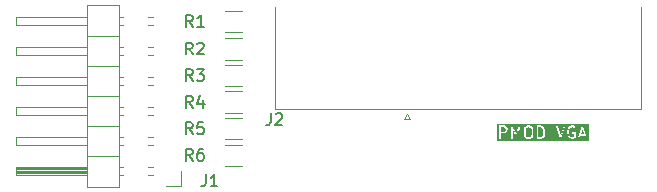
<source format=gbr>
%TF.GenerationSoftware,KiCad,Pcbnew,7.0.10*%
%TF.CreationDate,2024-02-19T15:37:38+07:00*%
%TF.ProjectId,PMOD2VGA,504d4f44-3256-4474-912e-6b696361645f,rev?*%
%TF.SameCoordinates,PX8c6db50PY50d2eb0*%
%TF.FileFunction,Legend,Top*%
%TF.FilePolarity,Positive*%
%FSLAX46Y46*%
G04 Gerber Fmt 4.6, Leading zero omitted, Abs format (unit mm)*
G04 Created by KiCad (PCBNEW 7.0.10) date 2024-02-19 15:37:38*
%MOMM*%
%LPD*%
G01*
G04 APERTURE LIST*
%ADD10C,0.150000*%
%ADD11C,0.120000*%
G04 APERTURE END LIST*
D10*
G36*
X37411399Y5520923D02*
G01*
X37483341Y5448981D01*
X37523683Y5287614D01*
X37523683Y4972749D01*
X37483341Y4811383D01*
X37411398Y4739439D01*
X37342883Y4705181D01*
X37187817Y4705181D01*
X37119301Y4739439D01*
X37047358Y4811383D01*
X37007017Y4972749D01*
X37007017Y5287614D01*
X37047358Y5448981D01*
X37119301Y5520923D01*
X37187817Y5555181D01*
X37342883Y5555181D01*
X37411399Y5520923D01*
G37*
G36*
X38367693Y5517010D02*
G01*
X38441806Y5442897D01*
X38480299Y5365910D01*
X38523683Y5192376D01*
X38523683Y5067987D01*
X38480299Y4894453D01*
X38441805Y4817466D01*
X38367693Y4743353D01*
X38253180Y4705181D01*
X38102255Y4705181D01*
X38102255Y5555181D01*
X38253180Y5555181D01*
X38367693Y5517010D01*
G37*
G36*
X41970817Y4990896D02*
G01*
X41702741Y4990896D01*
X41836779Y5393011D01*
X41970817Y4990896D01*
G37*
G36*
X35268542Y5520923D02*
G01*
X35298949Y5490516D01*
X35333207Y5422000D01*
X35333207Y5314553D01*
X35298949Y5246037D01*
X35268542Y5215630D01*
X35200026Y5181372D01*
X34911779Y5181372D01*
X34911779Y5555181D01*
X35200026Y5555181D01*
X35268542Y5520923D01*
G37*
G36*
X42387941Y4412324D02*
G01*
X34618922Y4412324D01*
X34618922Y4630181D01*
X34761779Y4630181D01*
X34779326Y4581972D01*
X34823755Y4556320D01*
X34874279Y4565229D01*
X34907256Y4604529D01*
X34911779Y4630181D01*
X35761779Y4630181D01*
X35779326Y4581972D01*
X35823755Y4556320D01*
X35874279Y4565229D01*
X35907256Y4604529D01*
X35911779Y4630181D01*
X35911779Y5292114D01*
X36102148Y4884179D01*
X36115914Y4870421D01*
X36127075Y4854472D01*
X36133634Y4852713D01*
X36138436Y4847914D01*
X36157825Y4846223D01*
X36176627Y4841179D01*
X36182780Y4844047D01*
X36189545Y4843456D01*
X36205487Y4854628D01*
X36223129Y4862847D01*
X36228828Y4870982D01*
X36231561Y4872896D01*
X36232420Y4876109D01*
X36238076Y4884180D01*
X36428445Y5292114D01*
X36428445Y4630181D01*
X36445992Y4581972D01*
X36490421Y4556320D01*
X36540945Y4565229D01*
X36573922Y4604529D01*
X36578445Y4630181D01*
X36578445Y4963515D01*
X36857017Y4963515D01*
X36858202Y4960258D01*
X36859256Y4945325D01*
X36906875Y4754849D01*
X36911017Y4748717D01*
X36911662Y4741343D01*
X36926603Y4720006D01*
X37021841Y4624767D01*
X37023323Y4624076D01*
X37041333Y4610718D01*
X37136571Y4563099D01*
X37141024Y4562587D01*
X37144460Y4559704D01*
X37170112Y4555181D01*
X37360588Y4555181D01*
X37364801Y4556715D01*
X37369162Y4555673D01*
X37394129Y4563099D01*
X37489367Y4610718D01*
X37490492Y4611908D01*
X37508859Y4624767D01*
X37514273Y4630181D01*
X37952255Y4630181D01*
X37958918Y4611873D01*
X37962303Y4592681D01*
X37967487Y4588331D01*
X37969802Y4581972D01*
X37986675Y4572230D01*
X38001603Y4559704D01*
X38011345Y4557987D01*
X38014231Y4556320D01*
X38017513Y4556899D01*
X38027255Y4555181D01*
X38265350Y4555181D01*
X38266888Y4555742D01*
X38289067Y4559030D01*
X38431924Y4606649D01*
X38435436Y4609437D01*
X38439903Y4609827D01*
X38461240Y4624767D01*
X38556479Y4720007D01*
X38557170Y4721490D01*
X38570527Y4739498D01*
X38618146Y4834736D01*
X38618552Y4838265D01*
X38623825Y4850087D01*
X38671444Y5040563D01*
X38671083Y5044012D01*
X38673683Y5058753D01*
X38673683Y5201610D01*
X38672497Y5204868D01*
X38671444Y5219800D01*
X38623825Y5410276D01*
X38621836Y5413221D01*
X38618146Y5425627D01*
X38570527Y5520865D01*
X38569340Y5521989D01*
X38556478Y5540357D01*
X38464605Y5632230D01*
X39571331Y5632230D01*
X39575152Y5606464D01*
X39908485Y4606464D01*
X39909827Y4604773D01*
X39909886Y4602614D01*
X39925635Y4584853D01*
X39940376Y4566278D01*
X39942489Y4565846D01*
X39943923Y4564229D01*
X39967393Y4560749D01*
X39990637Y4555992D01*
X39992536Y4557021D01*
X39994672Y4556704D01*
X40014885Y4569123D01*
X40035751Y4580421D01*
X40036544Y4582429D01*
X40038384Y4583559D01*
X40050787Y4606464D01*
X40201550Y5058753D01*
X40523684Y5058753D01*
X40524869Y5055496D01*
X40525923Y5040563D01*
X40573542Y4850087D01*
X40575530Y4847143D01*
X40579221Y4834736D01*
X40626840Y4739498D01*
X40628026Y4738375D01*
X40640889Y4720006D01*
X40736127Y4624767D01*
X40740191Y4622872D01*
X40742538Y4619052D01*
X40765443Y4606649D01*
X40908299Y4559030D01*
X40909934Y4559075D01*
X40932017Y4555181D01*
X41027255Y4555181D01*
X41028793Y4555742D01*
X41050972Y4559030D01*
X41193829Y4606649D01*
X41197340Y4609437D01*
X41201809Y4609827D01*
X41223146Y4624768D01*
X41252275Y4653898D01*
X41432295Y4653898D01*
X41433696Y4602614D01*
X41467733Y4564229D01*
X41518482Y4556704D01*
X41562194Y4583559D01*
X41574597Y4606464D01*
X41652741Y4840896D01*
X42020817Y4840896D01*
X42098961Y4606464D01*
X42130852Y4566278D01*
X42181113Y4555992D01*
X42226227Y4580421D01*
X42245084Y4628133D01*
X42241263Y4653898D01*
X41907930Y5653898D01*
X41906587Y5655590D01*
X41906529Y5657747D01*
X41890787Y5675500D01*
X41876039Y5694084D01*
X41873924Y5694517D01*
X41872491Y5696133D01*
X41849022Y5699613D01*
X41825778Y5704370D01*
X41823878Y5703342D01*
X41821743Y5703658D01*
X41801525Y5691238D01*
X41780664Y5679941D01*
X41779870Y5677934D01*
X41778030Y5676803D01*
X41765628Y5653898D01*
X41432295Y4653898D01*
X41252275Y4653898D01*
X41270764Y4672387D01*
X41277682Y4687225D01*
X41288208Y4699768D01*
X41291051Y4715896D01*
X41292445Y4718884D01*
X41291922Y4720835D01*
X41292731Y4725420D01*
X41292731Y5058753D01*
X41286067Y5077062D01*
X41282683Y5096253D01*
X41277498Y5100604D01*
X41275184Y5106962D01*
X41258310Y5116705D01*
X41243383Y5129230D01*
X41233640Y5130948D01*
X41230755Y5132614D01*
X41227472Y5132036D01*
X41217731Y5133753D01*
X41027255Y5133753D01*
X40979046Y5116206D01*
X40953394Y5071777D01*
X40962303Y5021253D01*
X41001603Y4988276D01*
X41027255Y4983753D01*
X41142731Y4983753D01*
X41142731Y4756486D01*
X41129598Y4743353D01*
X41015085Y4705181D01*
X40944187Y4705181D01*
X40829674Y4743352D01*
X40755561Y4817466D01*
X40717067Y4894453D01*
X40673684Y5067987D01*
X40673684Y5192376D01*
X40717067Y5365910D01*
X40755561Y5442897D01*
X40829674Y5517010D01*
X40944187Y5555181D01*
X41057169Y5555181D01*
X41136571Y5515480D01*
X41187537Y5509615D01*
X41230350Y5537881D01*
X41244977Y5587056D01*
X41224574Y5634127D01*
X41203653Y5649644D01*
X41108415Y5697263D01*
X41103961Y5697776D01*
X41100526Y5700658D01*
X41074874Y5705181D01*
X40932017Y5705181D01*
X40930479Y5704622D01*
X40908299Y5701332D01*
X40765443Y5653713D01*
X40761932Y5650927D01*
X40757464Y5650536D01*
X40736127Y5635595D01*
X40640889Y5540357D01*
X40640198Y5538876D01*
X40626840Y5520865D01*
X40579221Y5425627D01*
X40578814Y5422099D01*
X40573542Y5410276D01*
X40525923Y5219800D01*
X40526283Y5216352D01*
X40523684Y5201610D01*
X40523684Y5058753D01*
X40201550Y5058753D01*
X40384120Y5606464D01*
X40382719Y5657747D01*
X40348681Y5696133D01*
X40297933Y5703658D01*
X40254220Y5676803D01*
X40241818Y5653898D01*
X39979636Y4867352D01*
X39717454Y5653898D01*
X39685563Y5694084D01*
X39635302Y5704370D01*
X39590188Y5679941D01*
X39571331Y5632230D01*
X38464605Y5632230D01*
X38461240Y5635595D01*
X38457176Y5637490D01*
X38454829Y5641311D01*
X38431924Y5653713D01*
X38289067Y5701332D01*
X38287432Y5701288D01*
X38265350Y5705181D01*
X38027255Y5705181D01*
X38008946Y5698518D01*
X37989755Y5695133D01*
X37985404Y5689949D01*
X37979046Y5687634D01*
X37969303Y5670761D01*
X37956778Y5655833D01*
X37955060Y5646091D01*
X37953394Y5643205D01*
X37953972Y5639923D01*
X37952255Y5630181D01*
X37952255Y4630181D01*
X37514273Y4630181D01*
X37604098Y4720007D01*
X37607225Y4726715D01*
X37613215Y4731060D01*
X37623825Y4754849D01*
X37671444Y4945325D01*
X37671083Y4948774D01*
X37673683Y4963515D01*
X37673683Y5296848D01*
X37672497Y5300106D01*
X37671444Y5315038D01*
X37623825Y5505514D01*
X37619683Y5511647D01*
X37619038Y5519020D01*
X37604097Y5540357D01*
X37508859Y5635595D01*
X37507377Y5636286D01*
X37489367Y5649644D01*
X37394129Y5697263D01*
X37389675Y5697776D01*
X37386240Y5700658D01*
X37360588Y5705181D01*
X37170112Y5705181D01*
X37165898Y5703648D01*
X37161537Y5704689D01*
X37136571Y5697263D01*
X37041333Y5649644D01*
X37040209Y5648458D01*
X37021841Y5635595D01*
X36926603Y5540357D01*
X36923475Y5533650D01*
X36917485Y5529303D01*
X36906875Y5505514D01*
X36859256Y5315038D01*
X36859616Y5311590D01*
X36857017Y5296848D01*
X36857017Y4963515D01*
X36578445Y4963515D01*
X36578445Y5630181D01*
X36575019Y5639594D01*
X36575895Y5649571D01*
X36566501Y5662996D01*
X36560898Y5678390D01*
X36552225Y5683398D01*
X36546482Y5691605D01*
X36530656Y5695851D01*
X36516469Y5704042D01*
X36506605Y5702303D01*
X36496931Y5704898D01*
X36482079Y5697979D01*
X36465945Y5695133D01*
X36459506Y5687461D01*
X36450428Y5683230D01*
X36435481Y5661898D01*
X36170111Y5093250D01*
X35904743Y5661897D01*
X35897657Y5668978D01*
X35894232Y5678390D01*
X35880042Y5686583D01*
X35868455Y5698163D01*
X35858478Y5699034D01*
X35849803Y5704042D01*
X35833667Y5701197D01*
X35817346Y5702620D01*
X35809142Y5696873D01*
X35799279Y5695133D01*
X35788747Y5682583D01*
X35775330Y5673181D01*
X35772740Y5663507D01*
X35766302Y5655833D01*
X35761779Y5630181D01*
X35761779Y4630181D01*
X34911779Y4630181D01*
X34911779Y5031372D01*
X35217731Y5031372D01*
X35221944Y5032906D01*
X35226305Y5031864D01*
X35251272Y5039290D01*
X35346510Y5086909D01*
X35347635Y5088099D01*
X35366002Y5100958D01*
X35413621Y5148577D01*
X35414312Y5150059D01*
X35427670Y5168069D01*
X35475289Y5263307D01*
X35475801Y5267761D01*
X35478684Y5271196D01*
X35483207Y5296848D01*
X35483207Y5439705D01*
X35481673Y5443919D01*
X35482715Y5448280D01*
X35475289Y5473246D01*
X35427670Y5568484D01*
X35426480Y5569610D01*
X35413621Y5587976D01*
X35366002Y5635595D01*
X35364520Y5636286D01*
X35346510Y5649644D01*
X35251272Y5697263D01*
X35246818Y5697776D01*
X35243383Y5700658D01*
X35217731Y5705181D01*
X34836779Y5705181D01*
X34818470Y5698518D01*
X34799279Y5695133D01*
X34794928Y5689949D01*
X34788570Y5687634D01*
X34778827Y5670761D01*
X34766302Y5655833D01*
X34764584Y5646091D01*
X34762918Y5643205D01*
X34763496Y5639923D01*
X34761779Y5630181D01*
X34761779Y4630181D01*
X34618922Y4630181D01*
X34618922Y5848038D01*
X42387941Y5848038D01*
X42387941Y4412324D01*
G37*
X8833333Y4965181D02*
X8500000Y5441372D01*
X8261905Y4965181D02*
X8261905Y5965181D01*
X8261905Y5965181D02*
X8642857Y5965181D01*
X8642857Y5965181D02*
X8738095Y5917562D01*
X8738095Y5917562D02*
X8785714Y5869943D01*
X8785714Y5869943D02*
X8833333Y5774705D01*
X8833333Y5774705D02*
X8833333Y5631848D01*
X8833333Y5631848D02*
X8785714Y5536610D01*
X8785714Y5536610D02*
X8738095Y5488991D01*
X8738095Y5488991D02*
X8642857Y5441372D01*
X8642857Y5441372D02*
X8261905Y5441372D01*
X9738095Y5965181D02*
X9261905Y5965181D01*
X9261905Y5965181D02*
X9214286Y5488991D01*
X9214286Y5488991D02*
X9261905Y5536610D01*
X9261905Y5536610D02*
X9357143Y5584229D01*
X9357143Y5584229D02*
X9595238Y5584229D01*
X9595238Y5584229D02*
X9690476Y5536610D01*
X9690476Y5536610D02*
X9738095Y5488991D01*
X9738095Y5488991D02*
X9785714Y5393753D01*
X9785714Y5393753D02*
X9785714Y5155658D01*
X9785714Y5155658D02*
X9738095Y5060420D01*
X9738095Y5060420D02*
X9690476Y5012800D01*
X9690476Y5012800D02*
X9595238Y4965181D01*
X9595238Y4965181D02*
X9357143Y4965181D01*
X9357143Y4965181D02*
X9261905Y5012800D01*
X9261905Y5012800D02*
X9214286Y5060420D01*
X8833333Y9465181D02*
X8500000Y9941372D01*
X8261905Y9465181D02*
X8261905Y10465181D01*
X8261905Y10465181D02*
X8642857Y10465181D01*
X8642857Y10465181D02*
X8738095Y10417562D01*
X8738095Y10417562D02*
X8785714Y10369943D01*
X8785714Y10369943D02*
X8833333Y10274705D01*
X8833333Y10274705D02*
X8833333Y10131848D01*
X8833333Y10131848D02*
X8785714Y10036610D01*
X8785714Y10036610D02*
X8738095Y9988991D01*
X8738095Y9988991D02*
X8642857Y9941372D01*
X8642857Y9941372D02*
X8261905Y9941372D01*
X9166667Y10465181D02*
X9785714Y10465181D01*
X9785714Y10465181D02*
X9452381Y10084229D01*
X9452381Y10084229D02*
X9595238Y10084229D01*
X9595238Y10084229D02*
X9690476Y10036610D01*
X9690476Y10036610D02*
X9738095Y9988991D01*
X9738095Y9988991D02*
X9785714Y9893753D01*
X9785714Y9893753D02*
X9785714Y9655658D01*
X9785714Y9655658D02*
X9738095Y9560420D01*
X9738095Y9560420D02*
X9690476Y9512800D01*
X9690476Y9512800D02*
X9595238Y9465181D01*
X9595238Y9465181D02*
X9309524Y9465181D01*
X9309524Y9465181D02*
X9214286Y9512800D01*
X9214286Y9512800D02*
X9166667Y9560420D01*
X8833333Y11715181D02*
X8500000Y12191372D01*
X8261905Y11715181D02*
X8261905Y12715181D01*
X8261905Y12715181D02*
X8642857Y12715181D01*
X8642857Y12715181D02*
X8738095Y12667562D01*
X8738095Y12667562D02*
X8785714Y12619943D01*
X8785714Y12619943D02*
X8833333Y12524705D01*
X8833333Y12524705D02*
X8833333Y12381848D01*
X8833333Y12381848D02*
X8785714Y12286610D01*
X8785714Y12286610D02*
X8738095Y12238991D01*
X8738095Y12238991D02*
X8642857Y12191372D01*
X8642857Y12191372D02*
X8261905Y12191372D01*
X9214286Y12619943D02*
X9261905Y12667562D01*
X9261905Y12667562D02*
X9357143Y12715181D01*
X9357143Y12715181D02*
X9595238Y12715181D01*
X9595238Y12715181D02*
X9690476Y12667562D01*
X9690476Y12667562D02*
X9738095Y12619943D01*
X9738095Y12619943D02*
X9785714Y12524705D01*
X9785714Y12524705D02*
X9785714Y12429467D01*
X9785714Y12429467D02*
X9738095Y12286610D01*
X9738095Y12286610D02*
X9166667Y11715181D01*
X9166667Y11715181D02*
X9785714Y11715181D01*
X8833333Y7215181D02*
X8500000Y7691372D01*
X8261905Y7215181D02*
X8261905Y8215181D01*
X8261905Y8215181D02*
X8642857Y8215181D01*
X8642857Y8215181D02*
X8738095Y8167562D01*
X8738095Y8167562D02*
X8785714Y8119943D01*
X8785714Y8119943D02*
X8833333Y8024705D01*
X8833333Y8024705D02*
X8833333Y7881848D01*
X8833333Y7881848D02*
X8785714Y7786610D01*
X8785714Y7786610D02*
X8738095Y7738991D01*
X8738095Y7738991D02*
X8642857Y7691372D01*
X8642857Y7691372D02*
X8261905Y7691372D01*
X9690476Y7881848D02*
X9690476Y7215181D01*
X9452381Y8262800D02*
X9214286Y7548515D01*
X9214286Y7548515D02*
X9833333Y7548515D01*
X15416666Y6725181D02*
X15416666Y6010896D01*
X15416666Y6010896D02*
X15369047Y5868039D01*
X15369047Y5868039D02*
X15273809Y5772800D01*
X15273809Y5772800D02*
X15130952Y5725181D01*
X15130952Y5725181D02*
X15035714Y5725181D01*
X15845238Y6629943D02*
X15892857Y6677562D01*
X15892857Y6677562D02*
X15988095Y6725181D01*
X15988095Y6725181D02*
X16226190Y6725181D01*
X16226190Y6725181D02*
X16321428Y6677562D01*
X16321428Y6677562D02*
X16369047Y6629943D01*
X16369047Y6629943D02*
X16416666Y6534705D01*
X16416666Y6534705D02*
X16416666Y6439467D01*
X16416666Y6439467D02*
X16369047Y6296610D01*
X16369047Y6296610D02*
X15797619Y5725181D01*
X15797619Y5725181D02*
X16416666Y5725181D01*
X8833333Y14045181D02*
X8500000Y14521372D01*
X8261905Y14045181D02*
X8261905Y15045181D01*
X8261905Y15045181D02*
X8642857Y15045181D01*
X8642857Y15045181D02*
X8738095Y14997562D01*
X8738095Y14997562D02*
X8785714Y14949943D01*
X8785714Y14949943D02*
X8833333Y14854705D01*
X8833333Y14854705D02*
X8833333Y14711848D01*
X8833333Y14711848D02*
X8785714Y14616610D01*
X8785714Y14616610D02*
X8738095Y14568991D01*
X8738095Y14568991D02*
X8642857Y14521372D01*
X8642857Y14521372D02*
X8261905Y14521372D01*
X9785714Y14045181D02*
X9214286Y14045181D01*
X9500000Y14045181D02*
X9500000Y15045181D01*
X9500000Y15045181D02*
X9404762Y14902324D01*
X9404762Y14902324D02*
X9309524Y14807086D01*
X9309524Y14807086D02*
X9214286Y14759467D01*
X9916666Y1545181D02*
X9916666Y830896D01*
X9916666Y830896D02*
X9869047Y688039D01*
X9869047Y688039D02*
X9773809Y592800D01*
X9773809Y592800D02*
X9630952Y545181D01*
X9630952Y545181D02*
X9535714Y545181D01*
X10916666Y545181D02*
X10345238Y545181D01*
X10630952Y545181D02*
X10630952Y1545181D01*
X10630952Y1545181D02*
X10535714Y1402324D01*
X10535714Y1402324D02*
X10440476Y1307086D01*
X10440476Y1307086D02*
X10345238Y1259467D01*
X8833333Y2715181D02*
X8500000Y3191372D01*
X8261905Y2715181D02*
X8261905Y3715181D01*
X8261905Y3715181D02*
X8642857Y3715181D01*
X8642857Y3715181D02*
X8738095Y3667562D01*
X8738095Y3667562D02*
X8785714Y3619943D01*
X8785714Y3619943D02*
X8833333Y3524705D01*
X8833333Y3524705D02*
X8833333Y3381848D01*
X8833333Y3381848D02*
X8785714Y3286610D01*
X8785714Y3286610D02*
X8738095Y3238991D01*
X8738095Y3238991D02*
X8642857Y3191372D01*
X8642857Y3191372D02*
X8261905Y3191372D01*
X9690476Y3715181D02*
X9500000Y3715181D01*
X9500000Y3715181D02*
X9404762Y3667562D01*
X9404762Y3667562D02*
X9357143Y3619943D01*
X9357143Y3619943D02*
X9261905Y3477086D01*
X9261905Y3477086D02*
X9214286Y3286610D01*
X9214286Y3286610D02*
X9214286Y2905658D01*
X9214286Y2905658D02*
X9261905Y2810420D01*
X9261905Y2810420D02*
X9309524Y2762800D01*
X9309524Y2762800D02*
X9404762Y2715181D01*
X9404762Y2715181D02*
X9595238Y2715181D01*
X9595238Y2715181D02*
X9690476Y2762800D01*
X9690476Y2762800D02*
X9738095Y2810420D01*
X9738095Y2810420D02*
X9785714Y2905658D01*
X9785714Y2905658D02*
X9785714Y3143753D01*
X9785714Y3143753D02*
X9738095Y3238991D01*
X9738095Y3238991D02*
X9690476Y3286610D01*
X9690476Y3286610D02*
X9595238Y3334229D01*
X9595238Y3334229D02*
X9404762Y3334229D01*
X9404762Y3334229D02*
X9309524Y3286610D01*
X9309524Y3286610D02*
X9261905Y3238991D01*
X9261905Y3238991D02*
X9214286Y3143753D01*
D11*
%TO.C,R5*%
X11522936Y6330000D02*
X12977064Y6330000D01*
X11522936Y4510000D02*
X12977064Y4510000D01*
%TO.C,R3*%
X11522936Y10830000D02*
X12977064Y10830000D01*
X11522936Y9010000D02*
X12977064Y9010000D01*
%TO.C,R2*%
X11522936Y13080000D02*
X12977064Y13080000D01*
X11522936Y11260000D02*
X12977064Y11260000D01*
%TO.C,R4*%
X11522936Y8580000D02*
X12977064Y8580000D01*
X11522936Y6760000D02*
X12977064Y6760000D01*
%TO.C,J2*%
X46800000Y7120000D02*
X15830000Y7120000D01*
X46800000Y15720000D02*
X46800000Y7120000D01*
X27250000Y6225662D02*
X26750000Y6225662D01*
X27000000Y6658675D02*
X27250000Y6225662D01*
X26750000Y6225662D02*
X27000000Y6658675D01*
X15830000Y7120000D02*
X15830000Y15720000D01*
%TO.C,R1*%
X11522936Y15410000D02*
X12977064Y15410000D01*
X11522936Y13590000D02*
X12977064Y13590000D01*
%TO.C,J1*%
X7810000Y570000D02*
X6540000Y570000D01*
X7810000Y1840000D02*
X7810000Y570000D01*
X5497071Y4000000D02*
X5042929Y4000000D01*
X5497071Y4760000D02*
X5042929Y4760000D01*
X5497071Y6540000D02*
X5042929Y6540000D01*
X5497071Y7300000D02*
X5042929Y7300000D01*
X5497071Y9080000D02*
X5042929Y9080000D01*
X5497071Y9840000D02*
X5042929Y9840000D01*
X5497071Y11620000D02*
X5042929Y11620000D01*
X5497071Y12380000D02*
X5042929Y12380000D01*
X5497071Y14160000D02*
X5042929Y14160000D01*
X5497071Y14920000D02*
X5042929Y14920000D01*
X5430000Y1460000D02*
X5042929Y1460000D01*
X5430000Y2220000D02*
X5042929Y2220000D01*
X2957071Y1460000D02*
X2560000Y1460000D01*
X2957071Y2220000D02*
X2560000Y2220000D01*
X2957071Y4000000D02*
X2560000Y4000000D01*
X2957071Y4760000D02*
X2560000Y4760000D01*
X2957071Y6540000D02*
X2560000Y6540000D01*
X2957071Y7300000D02*
X2560000Y7300000D01*
X2957071Y9080000D02*
X2560000Y9080000D01*
X2957071Y9840000D02*
X2560000Y9840000D01*
X2957071Y11620000D02*
X2560000Y11620000D01*
X2957071Y12380000D02*
X2560000Y12380000D01*
X2957071Y14160000D02*
X2560000Y14160000D01*
X2957071Y14920000D02*
X2560000Y14920000D01*
X2560000Y510000D02*
X2560000Y15870000D01*
X2560000Y3110000D02*
X-100000Y3110000D01*
X2560000Y5650000D02*
X-100000Y5650000D01*
X2560000Y8190000D02*
X-100000Y8190000D01*
X2560000Y10730000D02*
X-100000Y10730000D01*
X2560000Y13270000D02*
X-100000Y13270000D01*
X2560000Y15870000D02*
X-100000Y15870000D01*
X-100000Y510000D02*
X2560000Y510000D01*
X-100000Y1460000D02*
X-6100000Y1460000D01*
X-100000Y1520000D02*
X-6100000Y1520000D01*
X-100000Y1640000D02*
X-6100000Y1640000D01*
X-100000Y1760000D02*
X-6100000Y1760000D01*
X-100000Y1880000D02*
X-6100000Y1880000D01*
X-100000Y2000000D02*
X-6100000Y2000000D01*
X-100000Y2120000D02*
X-6100000Y2120000D01*
X-100000Y4000000D02*
X-6100000Y4000000D01*
X-100000Y6540000D02*
X-6100000Y6540000D01*
X-100000Y9080000D02*
X-6100000Y9080000D01*
X-100000Y11620000D02*
X-6100000Y11620000D01*
X-100000Y14160000D02*
X-6100000Y14160000D01*
X-100000Y15870000D02*
X-100000Y510000D01*
X-6100000Y1460000D02*
X-6100000Y2220000D01*
X-6100000Y2220000D02*
X-100000Y2220000D01*
X-6100000Y4000000D02*
X-6100000Y4760000D01*
X-6100000Y4760000D02*
X-100000Y4760000D01*
X-6100000Y6540000D02*
X-6100000Y7300000D01*
X-6100000Y7300000D02*
X-100000Y7300000D01*
X-6100000Y9080000D02*
X-6100000Y9840000D01*
X-6100000Y9840000D02*
X-100000Y9840000D01*
X-6100000Y11620000D02*
X-6100000Y12380000D01*
X-6100000Y12380000D02*
X-100000Y12380000D01*
X-6100000Y14160000D02*
X-6100000Y14920000D01*
X-6100000Y14920000D02*
X-100000Y14920000D01*
%TO.C,R6*%
X11522936Y4080000D02*
X12977064Y4080000D01*
X11522936Y2260000D02*
X12977064Y2260000D01*
%TD*%
M02*

</source>
